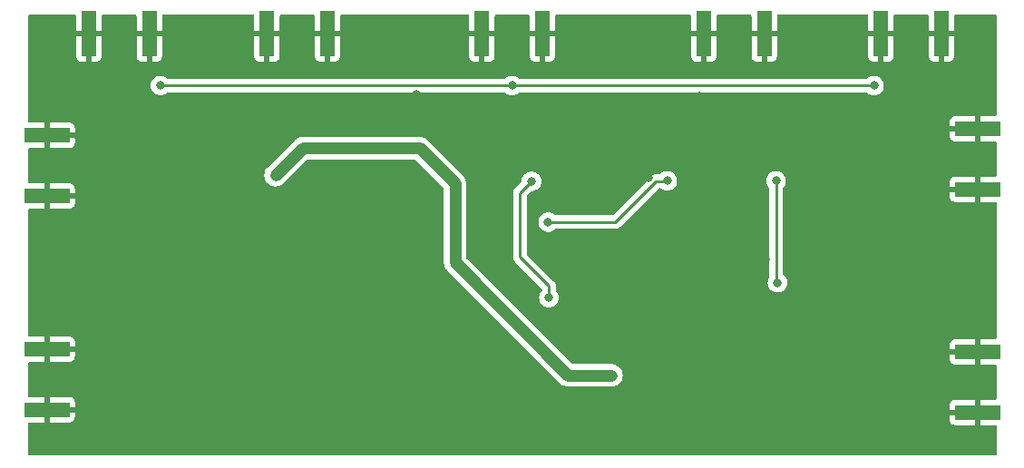
<source format=gbr>
%TF.GenerationSoftware,KiCad,Pcbnew,(6.0.1)*%
%TF.CreationDate,2023-04-04T11:04:11-04:00*%
%TF.ProjectId,NMR_control_board_V0.3.2,4e4d525f-636f-46e7-9472-6f6c5f626f61,rev?*%
%TF.SameCoordinates,Original*%
%TF.FileFunction,Copper,L2,Bot*%
%TF.FilePolarity,Positive*%
%FSLAX46Y46*%
G04 Gerber Fmt 4.6, Leading zero omitted, Abs format (unit mm)*
G04 Created by KiCad (PCBNEW (6.0.1)) date 2023-04-04 11:04:11*
%MOMM*%
%LPD*%
G01*
G04 APERTURE LIST*
%TA.AperFunction,SMDPad,CuDef*%
%ADD10R,4.200000X1.350000*%
%TD*%
%TA.AperFunction,SMDPad,CuDef*%
%ADD11R,1.350000X4.200000*%
%TD*%
%TA.AperFunction,ComponentPad*%
%ADD12C,1.016000*%
%TD*%
%TA.AperFunction,ViaPad*%
%ADD13C,0.800000*%
%TD*%
%TA.AperFunction,Conductor*%
%ADD14C,1.065870*%
%TD*%
%TA.AperFunction,Conductor*%
%ADD15C,0.250000*%
%TD*%
G04 APERTURE END LIST*
D10*
%TO.P,-5V1,2,Ext*%
%TO.N,GND*%
X96266000Y-73564000D03*
X96266000Y-67914000D03*
%TD*%
D11*
%TO.P,F_OUT1,2,Ext*%
%TO.N,GND*%
X122459000Y-58420000D03*
X116809000Y-58420000D03*
%TD*%
D10*
%TO.P,SW_OUT1,2,Ext*%
%TO.N,GND*%
X183134000Y-72929000D03*
X183134000Y-67279000D03*
%TD*%
D11*
%TO.P,PULSE_GEN_IN1,2,Ext*%
%TO.N,GND*%
X100172000Y-58420000D03*
X105822000Y-58420000D03*
%TD*%
D12*
%TO.P,Power Splitter,6,GND*%
%TO.N,GND*%
X159461200Y-75895200D03*
X159461200Y-72085200D03*
X159461200Y-74625200D03*
X159461200Y-73355200D03*
X159461200Y-77165200D03*
%TD*%
D11*
%TO.P,TRIG_OUT1,2,Ext*%
%TO.N,GND*%
X142525000Y-58420000D03*
X136875000Y-58420000D03*
%TD*%
%TO.P,SPL_IN1,2,Ext*%
%TO.N,GND*%
X163226000Y-58420000D03*
X157576000Y-58420000D03*
%TD*%
%TO.P,SIN_SIGNAL_IN1,2,Ext*%
%TO.N,GND*%
X174115000Y-58420000D03*
X179765000Y-58420000D03*
%TD*%
D10*
%TO.P,5V1,2,Ext*%
%TO.N,GND*%
X96266000Y-93503000D03*
X96266000Y-87853000D03*
%TD*%
D12*
%TO.P,Mixer_U5,1,GND*%
%TO.N,GND*%
X155194000Y-89027000D03*
X155194000Y-90297000D03*
X155194000Y-91567000D03*
X155194000Y-87757000D03*
X155194000Y-92837000D03*
X151003000Y-87757000D03*
%TO.P,Mixer_U5,4,GND*%
X159385000Y-92837000D03*
%TO.P,Mixer_U5,5,GND*%
X159385000Y-90297000D03*
%TD*%
D10*
%TO.P,MIX_RF1,2,Ext*%
%TO.N,GND*%
X183134000Y-88107000D03*
X183134000Y-93757000D03*
%TD*%
D13*
%TO.N,Net-(C1-Pad2)*%
X117602000Y-71628000D03*
X148971000Y-90297000D03*
%TO.N,GND*%
X137668000Y-77216000D03*
X107188000Y-69342000D03*
X165303200Y-84582000D03*
X113030000Y-57404000D03*
X119888000Y-73152000D03*
X126746000Y-59283600D03*
X103479600Y-96367600D03*
X170942000Y-71628000D03*
X148844000Y-82804000D03*
X128219200Y-91846400D03*
X175768000Y-66548000D03*
X136144000Y-68834000D03*
X181356000Y-77724000D03*
X143510000Y-97028000D03*
X123698000Y-64363600D03*
X98298000Y-82804000D03*
X109880400Y-86664800D03*
X169519600Y-96316800D03*
X98044000Y-64770000D03*
X113233200Y-95148400D03*
X108305600Y-95148400D03*
X180340000Y-84836000D03*
X149301200Y-96367600D03*
X150622000Y-60960000D03*
X168402000Y-58674000D03*
X130759200Y-64109600D03*
X131216400Y-81330800D03*
X129032000Y-71374000D03*
X163322000Y-79502000D03*
X118668800Y-95148400D03*
X102362000Y-77978000D03*
X126695200Y-81330800D03*
X130149600Y-84175600D03*
X152400000Y-71882000D03*
X152857200Y-80264000D03*
X136296400Y-91694000D03*
X159512000Y-68326000D03*
X103530400Y-85039200D03*
X163626800Y-89509600D03*
X174752000Y-82550000D03*
X150368000Y-68580000D03*
X157175200Y-64211200D03*
X153924000Y-75184000D03*
X171704000Y-87376000D03*
X147320000Y-64312800D03*
X113944400Y-67716400D03*
%TO.N,Net-(C4-Pad1)*%
X141500846Y-72184596D03*
X143129000Y-83058000D03*
%TO.N,Net-(U3-Pad3)*%
X164465000Y-81661000D03*
X164338000Y-72136000D03*
%TO.N,Net-(U3-Pad4)*%
X143052800Y-75996800D03*
X154178000Y-72136000D03*
%TO.N,Net-(U4-Pad2)*%
X173482000Y-63246000D03*
X139700000Y-63246000D03*
X106858000Y-63246000D03*
%TD*%
D14*
%TO.N,Net-(C1-Pad2)*%
X131064000Y-69088000D02*
X120142000Y-69088000D01*
X134366000Y-79756000D02*
X134366000Y-72390000D01*
X144907000Y-90297000D02*
X134366000Y-79756000D01*
X134366000Y-72390000D02*
X131064000Y-69088000D01*
X120142000Y-69088000D02*
X117602000Y-71628000D01*
X148971000Y-90297000D02*
X144907000Y-90297000D01*
D15*
%TO.N,Net-(C4-Pad1)*%
X140411200Y-79248000D02*
X143129000Y-81965800D01*
X140411200Y-73274242D02*
X140411200Y-79248000D01*
X141500846Y-72184596D02*
X140411200Y-73274242D01*
X143129000Y-81965800D02*
X143129000Y-83058000D01*
%TO.N,Net-(U3-Pad3)*%
X164338000Y-81534000D02*
X164338000Y-72136000D01*
X164465000Y-81661000D02*
X164338000Y-81534000D01*
%TO.N,Net-(U3-Pad4)*%
X153125000Y-72182305D02*
X149310505Y-75996800D01*
X149310505Y-75996800D02*
X143052800Y-75996800D01*
X154131695Y-72182305D02*
X154178000Y-72136000D01*
X153125000Y-72182305D02*
X154131695Y-72182305D01*
%TO.N,Net-(U4-Pad2)*%
X173482000Y-63246000D02*
X139700000Y-63246000D01*
X139700000Y-63246000D02*
X106858000Y-63246000D01*
%TD*%
%TA.AperFunction,Conductor*%
%TO.N,GND*%
G36*
X98931121Y-56662002D02*
G01*
X98977614Y-56715658D01*
X98989000Y-56768000D01*
X98989000Y-58147885D01*
X98993475Y-58163124D01*
X98994865Y-58164329D01*
X99002548Y-58166000D01*
X101336884Y-58166000D01*
X101352123Y-58161525D01*
X101353328Y-58160135D01*
X101354999Y-58152452D01*
X101354999Y-56768000D01*
X101375001Y-56699879D01*
X101428657Y-56653386D01*
X101480999Y-56642000D01*
X104513000Y-56642000D01*
X104581121Y-56662002D01*
X104627614Y-56715658D01*
X104639000Y-56768000D01*
X104639000Y-58147885D01*
X104643475Y-58163124D01*
X104644865Y-58164329D01*
X104652548Y-58166000D01*
X106986884Y-58166000D01*
X107002123Y-58161525D01*
X107003328Y-58160135D01*
X107004999Y-58152452D01*
X107004999Y-56768000D01*
X107025001Y-56699879D01*
X107078657Y-56653386D01*
X107130999Y-56642000D01*
X115500000Y-56642000D01*
X115568121Y-56662002D01*
X115614614Y-56715658D01*
X115626000Y-56768000D01*
X115626000Y-58147885D01*
X115630475Y-58163124D01*
X115631865Y-58164329D01*
X115639548Y-58166000D01*
X117973884Y-58166000D01*
X117989123Y-58161525D01*
X117990328Y-58160135D01*
X117991999Y-58152452D01*
X117991999Y-56768000D01*
X118012001Y-56699879D01*
X118065657Y-56653386D01*
X118117999Y-56642000D01*
X121150000Y-56642000D01*
X121218121Y-56662002D01*
X121264614Y-56715658D01*
X121276000Y-56768000D01*
X121276000Y-58147885D01*
X121280475Y-58163124D01*
X121281865Y-58164329D01*
X121289548Y-58166000D01*
X123623884Y-58166000D01*
X123639123Y-58161525D01*
X123640328Y-58160135D01*
X123641999Y-58152452D01*
X123641999Y-56768000D01*
X123662001Y-56699879D01*
X123715657Y-56653386D01*
X123767999Y-56642000D01*
X135566000Y-56642000D01*
X135634121Y-56662002D01*
X135680614Y-56715658D01*
X135692000Y-56768000D01*
X135692000Y-58147885D01*
X135696475Y-58163124D01*
X135697865Y-58164329D01*
X135705548Y-58166000D01*
X138039884Y-58166000D01*
X138055123Y-58161525D01*
X138056328Y-58160135D01*
X138057999Y-58152452D01*
X138057999Y-56768000D01*
X138078001Y-56699879D01*
X138131657Y-56653386D01*
X138183999Y-56642000D01*
X141216000Y-56642000D01*
X141284121Y-56662002D01*
X141330614Y-56715658D01*
X141342000Y-56768000D01*
X141342000Y-58147885D01*
X141346475Y-58163124D01*
X141347865Y-58164329D01*
X141355548Y-58166000D01*
X143689884Y-58166000D01*
X143705123Y-58161525D01*
X143706328Y-58160135D01*
X143707999Y-58152452D01*
X143707999Y-56768000D01*
X143728001Y-56699879D01*
X143781657Y-56653386D01*
X143833999Y-56642000D01*
X156267000Y-56642000D01*
X156335121Y-56662002D01*
X156381614Y-56715658D01*
X156393000Y-56768000D01*
X156393000Y-58147885D01*
X156397475Y-58163124D01*
X156398865Y-58164329D01*
X156406548Y-58166000D01*
X158740884Y-58166000D01*
X158756123Y-58161525D01*
X158757328Y-58160135D01*
X158758999Y-58152452D01*
X158758999Y-56768000D01*
X158779001Y-56699879D01*
X158832657Y-56653386D01*
X158884999Y-56642000D01*
X161917000Y-56642000D01*
X161985121Y-56662002D01*
X162031614Y-56715658D01*
X162043000Y-56768000D01*
X162043000Y-58147885D01*
X162047475Y-58163124D01*
X162048865Y-58164329D01*
X162056548Y-58166000D01*
X164390884Y-58166000D01*
X164406123Y-58161525D01*
X164407328Y-58160135D01*
X164408999Y-58152452D01*
X164408999Y-56768000D01*
X164429001Y-56699879D01*
X164482657Y-56653386D01*
X164534999Y-56642000D01*
X172806000Y-56642000D01*
X172874121Y-56662002D01*
X172920614Y-56715658D01*
X172932000Y-56768000D01*
X172932000Y-58147885D01*
X172936475Y-58163124D01*
X172937865Y-58164329D01*
X172945548Y-58166000D01*
X175279884Y-58166000D01*
X175295123Y-58161525D01*
X175296328Y-58160135D01*
X175297999Y-58152452D01*
X175297999Y-56768000D01*
X175318001Y-56699879D01*
X175371657Y-56653386D01*
X175423999Y-56642000D01*
X178456000Y-56642000D01*
X178524121Y-56662002D01*
X178570614Y-56715658D01*
X178582000Y-56768000D01*
X178582000Y-58147885D01*
X178586475Y-58163124D01*
X178587865Y-58164329D01*
X178595548Y-58166000D01*
X180929884Y-58166000D01*
X180945123Y-58161525D01*
X180946328Y-58160135D01*
X180947999Y-58152452D01*
X180947999Y-56768000D01*
X180968001Y-56699879D01*
X181021657Y-56653386D01*
X181073999Y-56642000D01*
X184786000Y-56642000D01*
X184854121Y-56662002D01*
X184900614Y-56715658D01*
X184912000Y-56768000D01*
X184912000Y-65970000D01*
X184891998Y-66038121D01*
X184838342Y-66084614D01*
X184786000Y-66096000D01*
X183406115Y-66096000D01*
X183390876Y-66100475D01*
X183389671Y-66101865D01*
X183388000Y-66109548D01*
X183388000Y-68443884D01*
X183392475Y-68459123D01*
X183393865Y-68460328D01*
X183401548Y-68461999D01*
X184786000Y-68461999D01*
X184854121Y-68482001D01*
X184900614Y-68535657D01*
X184912000Y-68587999D01*
X184912000Y-71620000D01*
X184891998Y-71688121D01*
X184838342Y-71734614D01*
X184786000Y-71746000D01*
X183406115Y-71746000D01*
X183390876Y-71750475D01*
X183389671Y-71751865D01*
X183388000Y-71759548D01*
X183388000Y-74093884D01*
X183392475Y-74109123D01*
X183393865Y-74110328D01*
X183401548Y-74111999D01*
X184786000Y-74111999D01*
X184854121Y-74132001D01*
X184900614Y-74185657D01*
X184912000Y-74237999D01*
X184912000Y-86798000D01*
X184891998Y-86866121D01*
X184838342Y-86912614D01*
X184786000Y-86924000D01*
X183406115Y-86924000D01*
X183390876Y-86928475D01*
X183389671Y-86929865D01*
X183388000Y-86937548D01*
X183388000Y-89271884D01*
X183392475Y-89287123D01*
X183393865Y-89288328D01*
X183401548Y-89289999D01*
X184786000Y-89289999D01*
X184854121Y-89310001D01*
X184900614Y-89363657D01*
X184912000Y-89415999D01*
X184912000Y-92448000D01*
X184891998Y-92516121D01*
X184838342Y-92562614D01*
X184786000Y-92574000D01*
X183406115Y-92574000D01*
X183390876Y-92578475D01*
X183389671Y-92579865D01*
X183388000Y-92587548D01*
X183388000Y-94921884D01*
X183392475Y-94937123D01*
X183393865Y-94938328D01*
X183401548Y-94939999D01*
X184786000Y-94939999D01*
X184854121Y-94960001D01*
X184900614Y-95013657D01*
X184912000Y-95065999D01*
X184912000Y-97664000D01*
X184891998Y-97732121D01*
X184838342Y-97778614D01*
X184786000Y-97790000D01*
X94614000Y-97790000D01*
X94545879Y-97769998D01*
X94499386Y-97716342D01*
X94488000Y-97664000D01*
X94488000Y-94812000D01*
X94508002Y-94743879D01*
X94561658Y-94697386D01*
X94614000Y-94686000D01*
X95993885Y-94686000D01*
X96009124Y-94681525D01*
X96010329Y-94680135D01*
X96012000Y-94672452D01*
X96012000Y-94667884D01*
X96520000Y-94667884D01*
X96524475Y-94683123D01*
X96525865Y-94684328D01*
X96533548Y-94685999D01*
X98410669Y-94685999D01*
X98417490Y-94685629D01*
X98468352Y-94680105D01*
X98483604Y-94676479D01*
X98604054Y-94631324D01*
X98619649Y-94622786D01*
X98721724Y-94546285D01*
X98734285Y-94533724D01*
X98777045Y-94476669D01*
X180526001Y-94476669D01*
X180526371Y-94483490D01*
X180531895Y-94534352D01*
X180535521Y-94549604D01*
X180580676Y-94670054D01*
X180589214Y-94685649D01*
X180665715Y-94787724D01*
X180678276Y-94800285D01*
X180780351Y-94876786D01*
X180795946Y-94885324D01*
X180916394Y-94930478D01*
X180931649Y-94934105D01*
X180982514Y-94939631D01*
X180989328Y-94940000D01*
X182861885Y-94940000D01*
X182877124Y-94935525D01*
X182878329Y-94934135D01*
X182880000Y-94926452D01*
X182880000Y-94029115D01*
X182875525Y-94013876D01*
X182874135Y-94012671D01*
X182866452Y-94011000D01*
X180544116Y-94011000D01*
X180528877Y-94015475D01*
X180527672Y-94016865D01*
X180526001Y-94024548D01*
X180526001Y-94476669D01*
X98777045Y-94476669D01*
X98810786Y-94431649D01*
X98819324Y-94416054D01*
X98864478Y-94295606D01*
X98868105Y-94280351D01*
X98873631Y-94229486D01*
X98874000Y-94222672D01*
X98874000Y-93775115D01*
X98869525Y-93759876D01*
X98868135Y-93758671D01*
X98860452Y-93757000D01*
X96538115Y-93757000D01*
X96522876Y-93761475D01*
X96521671Y-93762865D01*
X96520000Y-93770548D01*
X96520000Y-94667884D01*
X96012000Y-94667884D01*
X96012000Y-93484885D01*
X180526000Y-93484885D01*
X180530475Y-93500124D01*
X180531865Y-93501329D01*
X180539548Y-93503000D01*
X182861885Y-93503000D01*
X182877124Y-93498525D01*
X182878329Y-93497135D01*
X182880000Y-93489452D01*
X182880000Y-92592116D01*
X182875525Y-92576877D01*
X182874135Y-92575672D01*
X182866452Y-92574001D01*
X180989331Y-92574001D01*
X180982510Y-92574371D01*
X180931648Y-92579895D01*
X180916396Y-92583521D01*
X180795946Y-92628676D01*
X180780351Y-92637214D01*
X180678276Y-92713715D01*
X180665715Y-92726276D01*
X180589214Y-92828351D01*
X180580676Y-92843946D01*
X180535522Y-92964394D01*
X180531895Y-92979649D01*
X180526369Y-93030514D01*
X180526000Y-93037328D01*
X180526000Y-93484885D01*
X96012000Y-93484885D01*
X96012000Y-93230885D01*
X96520000Y-93230885D01*
X96524475Y-93246124D01*
X96525865Y-93247329D01*
X96533548Y-93249000D01*
X98855884Y-93249000D01*
X98871123Y-93244525D01*
X98872328Y-93243135D01*
X98873999Y-93235452D01*
X98873999Y-92783331D01*
X98873629Y-92776510D01*
X98868105Y-92725648D01*
X98864479Y-92710396D01*
X98819324Y-92589946D01*
X98810786Y-92574351D01*
X98734285Y-92472276D01*
X98721724Y-92459715D01*
X98619649Y-92383214D01*
X98604054Y-92374676D01*
X98483606Y-92329522D01*
X98468351Y-92325895D01*
X98417486Y-92320369D01*
X98410672Y-92320000D01*
X96538115Y-92320000D01*
X96522876Y-92324475D01*
X96521671Y-92325865D01*
X96520000Y-92333548D01*
X96520000Y-93230885D01*
X96012000Y-93230885D01*
X96012000Y-92338116D01*
X96007525Y-92322877D01*
X96006135Y-92321672D01*
X95998452Y-92320001D01*
X94614000Y-92320001D01*
X94545879Y-92299999D01*
X94499386Y-92246343D01*
X94488000Y-92194001D01*
X94488000Y-89162000D01*
X94508002Y-89093879D01*
X94561658Y-89047386D01*
X94614000Y-89036000D01*
X95993885Y-89036000D01*
X96009124Y-89031525D01*
X96010329Y-89030135D01*
X96012000Y-89022452D01*
X96012000Y-89017884D01*
X96520000Y-89017884D01*
X96524475Y-89033123D01*
X96525865Y-89034328D01*
X96533548Y-89035999D01*
X98410669Y-89035999D01*
X98417490Y-89035629D01*
X98468352Y-89030105D01*
X98483604Y-89026479D01*
X98604054Y-88981324D01*
X98619649Y-88972786D01*
X98721724Y-88896285D01*
X98734285Y-88883724D01*
X98810786Y-88781649D01*
X98819324Y-88766054D01*
X98864478Y-88645606D01*
X98868105Y-88630351D01*
X98873631Y-88579486D01*
X98874000Y-88572672D01*
X98874000Y-88125115D01*
X98869525Y-88109876D01*
X98868135Y-88108671D01*
X98860452Y-88107000D01*
X96538115Y-88107000D01*
X96522876Y-88111475D01*
X96521671Y-88112865D01*
X96520000Y-88120548D01*
X96520000Y-89017884D01*
X96012000Y-89017884D01*
X96012000Y-87580885D01*
X96520000Y-87580885D01*
X96524475Y-87596124D01*
X96525865Y-87597329D01*
X96533548Y-87599000D01*
X98855884Y-87599000D01*
X98871123Y-87594525D01*
X98872328Y-87593135D01*
X98873999Y-87585452D01*
X98873999Y-87133331D01*
X98873629Y-87126510D01*
X98868105Y-87075648D01*
X98864479Y-87060396D01*
X98819324Y-86939946D01*
X98810786Y-86924351D01*
X98734285Y-86822276D01*
X98721724Y-86809715D01*
X98619649Y-86733214D01*
X98604054Y-86724676D01*
X98483606Y-86679522D01*
X98468351Y-86675895D01*
X98417486Y-86670369D01*
X98410672Y-86670000D01*
X96538115Y-86670000D01*
X96522876Y-86674475D01*
X96521671Y-86675865D01*
X96520000Y-86683548D01*
X96520000Y-87580885D01*
X96012000Y-87580885D01*
X96012000Y-86688116D01*
X96007525Y-86672877D01*
X96006135Y-86671672D01*
X95998452Y-86670001D01*
X94614000Y-86670001D01*
X94545879Y-86649999D01*
X94499386Y-86596343D01*
X94488000Y-86544001D01*
X94488000Y-74873000D01*
X94508002Y-74804879D01*
X94561658Y-74758386D01*
X94614000Y-74747000D01*
X95993885Y-74747000D01*
X96009124Y-74742525D01*
X96010329Y-74741135D01*
X96012000Y-74733452D01*
X96012000Y-74728884D01*
X96520000Y-74728884D01*
X96524475Y-74744123D01*
X96525865Y-74745328D01*
X96533548Y-74746999D01*
X98410669Y-74746999D01*
X98417490Y-74746629D01*
X98468352Y-74741105D01*
X98483604Y-74737479D01*
X98604054Y-74692324D01*
X98619649Y-74683786D01*
X98721724Y-74607285D01*
X98734285Y-74594724D01*
X98810786Y-74492649D01*
X98819324Y-74477054D01*
X98864478Y-74356606D01*
X98868105Y-74341351D01*
X98873631Y-74290486D01*
X98874000Y-74283672D01*
X98874000Y-73836115D01*
X98869525Y-73820876D01*
X98868135Y-73819671D01*
X98860452Y-73818000D01*
X96538115Y-73818000D01*
X96522876Y-73822475D01*
X96521671Y-73823865D01*
X96520000Y-73831548D01*
X96520000Y-74728884D01*
X96012000Y-74728884D01*
X96012000Y-73291885D01*
X96520000Y-73291885D01*
X96524475Y-73307124D01*
X96525865Y-73308329D01*
X96533548Y-73310000D01*
X98855884Y-73310000D01*
X98871123Y-73305525D01*
X98872328Y-73304135D01*
X98873999Y-73296452D01*
X98873999Y-72844331D01*
X98873629Y-72837510D01*
X98868105Y-72786648D01*
X98864479Y-72771396D01*
X98819324Y-72650946D01*
X98810786Y-72635351D01*
X98734285Y-72533276D01*
X98721724Y-72520715D01*
X98619649Y-72444214D01*
X98604054Y-72435676D01*
X98483606Y-72390522D01*
X98468351Y-72386895D01*
X98417486Y-72381369D01*
X98410672Y-72381000D01*
X96538115Y-72381000D01*
X96522876Y-72385475D01*
X96521671Y-72386865D01*
X96520000Y-72394548D01*
X96520000Y-73291885D01*
X96012000Y-73291885D01*
X96012000Y-72399116D01*
X96007525Y-72383877D01*
X96006135Y-72382672D01*
X95998452Y-72381001D01*
X94614000Y-72381001D01*
X94545879Y-72360999D01*
X94499386Y-72307343D01*
X94488000Y-72255001D01*
X94488000Y-71624347D01*
X116555533Y-71624347D01*
X116562599Y-71699098D01*
X116574123Y-71821009D01*
X116574753Y-71827676D01*
X116576511Y-71833574D01*
X116576512Y-71833578D01*
X116631340Y-72017498D01*
X116633100Y-72023401D01*
X116728353Y-72204064D01*
X116856883Y-72362784D01*
X117013795Y-72493518D01*
X117019200Y-72496465D01*
X117019203Y-72496467D01*
X117086716Y-72533276D01*
X117193110Y-72591284D01*
X117388000Y-72652359D01*
X117394123Y-72653024D01*
X117394127Y-72653025D01*
X117584916Y-72673751D01*
X117584920Y-72673751D01*
X117591041Y-72674416D01*
X117794501Y-72656616D01*
X117990627Y-72599636D01*
X118142882Y-72520715D01*
X118166486Y-72508480D01*
X118166488Y-72508479D01*
X118171951Y-72505647D01*
X118254153Y-72440026D01*
X118294202Y-72408056D01*
X118294209Y-72408049D01*
X118296952Y-72405860D01*
X120536471Y-70166340D01*
X120598783Y-70132315D01*
X120625566Y-70129435D01*
X130580433Y-70129435D01*
X130648554Y-70149437D01*
X130669528Y-70166340D01*
X133287660Y-72784472D01*
X133321686Y-72846784D01*
X133324565Y-72873567D01*
X133324565Y-79692365D01*
X133323828Y-79705972D01*
X133319584Y-79745041D01*
X133320121Y-79751176D01*
X133324096Y-79796616D01*
X133324425Y-79801445D01*
X133324565Y-79804306D01*
X133324565Y-79807391D01*
X133324866Y-79810456D01*
X133328896Y-79851563D01*
X133329016Y-79852859D01*
X133337384Y-79948501D01*
X133338919Y-79953785D01*
X133339456Y-79959261D01*
X133367228Y-80051247D01*
X133367550Y-80052334D01*
X133394364Y-80144627D01*
X133396897Y-80149514D01*
X133398487Y-80154780D01*
X133401376Y-80160214D01*
X133401380Y-80160223D01*
X133443526Y-80239489D01*
X133444138Y-80240655D01*
X133485515Y-80320478D01*
X133485520Y-80320486D01*
X133488353Y-80325951D01*
X133491788Y-80330254D01*
X133494370Y-80335110D01*
X133498262Y-80339882D01*
X133498264Y-80339885D01*
X133555040Y-80409499D01*
X133555868Y-80410526D01*
X133588140Y-80450952D01*
X133590634Y-80453446D01*
X133591554Y-80454475D01*
X133595269Y-80458824D01*
X133619558Y-80488606D01*
X133619561Y-80488609D01*
X133623453Y-80493381D01*
X133628201Y-80497309D01*
X133628202Y-80497310D01*
X133660078Y-80523680D01*
X133668857Y-80531669D01*
X144125598Y-90988410D01*
X144134699Y-90998553D01*
X144159323Y-91029179D01*
X144171679Y-91039547D01*
X144198985Y-91062460D01*
X144202629Y-91065639D01*
X144204751Y-91067563D01*
X144206933Y-91069745D01*
X144209317Y-91071703D01*
X144241202Y-91097894D01*
X144242217Y-91098736D01*
X144315777Y-91160460D01*
X144320601Y-91163112D01*
X144324851Y-91166603D01*
X144409524Y-91212004D01*
X144410526Y-91212549D01*
X144489340Y-91255878D01*
X144489350Y-91255882D01*
X144494750Y-91258851D01*
X144499997Y-91260515D01*
X144504845Y-91263115D01*
X144510743Y-91264918D01*
X144510745Y-91264919D01*
X144557790Y-91279302D01*
X144596620Y-91291173D01*
X144597824Y-91291548D01*
X144622166Y-91299270D01*
X144683555Y-91318744D01*
X144683559Y-91318745D01*
X144689426Y-91320606D01*
X144694896Y-91321220D01*
X144700157Y-91322828D01*
X144795610Y-91332523D01*
X144796885Y-91332659D01*
X144848375Y-91338435D01*
X144851899Y-91338435D01*
X144853293Y-91338513D01*
X144858993Y-91338962D01*
X144897218Y-91342845D01*
X144897224Y-91342845D01*
X144903347Y-91343467D01*
X144950668Y-91338994D01*
X144962524Y-91338435D01*
X149022391Y-91338435D01*
X149174261Y-91323544D01*
X149369780Y-91264513D01*
X149468697Y-91211918D01*
X149544668Y-91171524D01*
X149544671Y-91171522D01*
X149550110Y-91168630D01*
X149554880Y-91164740D01*
X149554884Y-91164737D01*
X149703613Y-91043436D01*
X149703615Y-91043434D01*
X149708381Y-91039547D01*
X149838566Y-90882181D01*
X149935706Y-90702525D01*
X149996100Y-90507423D01*
X150017448Y-90304306D01*
X149998938Y-90100910D01*
X149941274Y-89904984D01*
X149846652Y-89723989D01*
X149718677Y-89564821D01*
X149562223Y-89433540D01*
X149556825Y-89430572D01*
X149556820Y-89430569D01*
X149388645Y-89338115D01*
X149388646Y-89338115D01*
X149383250Y-89335149D01*
X149377383Y-89333288D01*
X149377381Y-89333287D01*
X149194444Y-89275256D01*
X149194443Y-89275256D01*
X149188574Y-89273394D01*
X149029625Y-89255565D01*
X145390567Y-89255565D01*
X145322446Y-89235563D01*
X145301472Y-89218660D01*
X144909481Y-88826669D01*
X180526001Y-88826669D01*
X180526371Y-88833490D01*
X180531895Y-88884352D01*
X180535521Y-88899604D01*
X180580676Y-89020054D01*
X180589214Y-89035649D01*
X180665715Y-89137724D01*
X180678276Y-89150285D01*
X180780351Y-89226786D01*
X180795946Y-89235324D01*
X180916394Y-89280478D01*
X180931649Y-89284105D01*
X180982514Y-89289631D01*
X180989328Y-89290000D01*
X182861885Y-89290000D01*
X182877124Y-89285525D01*
X182878329Y-89284135D01*
X182880000Y-89276452D01*
X182880000Y-88379115D01*
X182875525Y-88363876D01*
X182874135Y-88362671D01*
X182866452Y-88361000D01*
X180544116Y-88361000D01*
X180528877Y-88365475D01*
X180527672Y-88366865D01*
X180526001Y-88374548D01*
X180526001Y-88826669D01*
X144909481Y-88826669D01*
X143917697Y-87834885D01*
X180526000Y-87834885D01*
X180530475Y-87850124D01*
X180531865Y-87851329D01*
X180539548Y-87853000D01*
X182861885Y-87853000D01*
X182877124Y-87848525D01*
X182878329Y-87847135D01*
X182880000Y-87839452D01*
X182880000Y-86942116D01*
X182875525Y-86926877D01*
X182874135Y-86925672D01*
X182866452Y-86924001D01*
X180989331Y-86924001D01*
X180982510Y-86924371D01*
X180931648Y-86929895D01*
X180916396Y-86933521D01*
X180795946Y-86978676D01*
X180780351Y-86987214D01*
X180678276Y-87063715D01*
X180665715Y-87076276D01*
X180589214Y-87178351D01*
X180580676Y-87193946D01*
X180535522Y-87314394D01*
X180531895Y-87329649D01*
X180526369Y-87380514D01*
X180526000Y-87387328D01*
X180526000Y-87834885D01*
X143917697Y-87834885D01*
X135444340Y-79361528D01*
X135410314Y-79299216D01*
X135407435Y-79272433D01*
X135407435Y-73254185D01*
X139772980Y-73254185D01*
X139773726Y-73262077D01*
X139777141Y-73298203D01*
X139777700Y-73310061D01*
X139777700Y-79169233D01*
X139777173Y-79180416D01*
X139775498Y-79187909D01*
X139775747Y-79195835D01*
X139775747Y-79195836D01*
X139777638Y-79255986D01*
X139777700Y-79259945D01*
X139777700Y-79287856D01*
X139778197Y-79291790D01*
X139778197Y-79291791D01*
X139778205Y-79291856D01*
X139779138Y-79303693D01*
X139780527Y-79347889D01*
X139786178Y-79367339D01*
X139790187Y-79386700D01*
X139792726Y-79406797D01*
X139795645Y-79414168D01*
X139795645Y-79414170D01*
X139809004Y-79447912D01*
X139812849Y-79459142D01*
X139825182Y-79501593D01*
X139829215Y-79508412D01*
X139829217Y-79508417D01*
X139835493Y-79519028D01*
X139844188Y-79536776D01*
X139851648Y-79555617D01*
X139856310Y-79562033D01*
X139856310Y-79562034D01*
X139877636Y-79591387D01*
X139884152Y-79601307D01*
X139906658Y-79639362D01*
X139920979Y-79653683D01*
X139933819Y-79668716D01*
X139945728Y-79685107D01*
X139979805Y-79713298D01*
X139988584Y-79721288D01*
X142458595Y-82191299D01*
X142492621Y-82253611D01*
X142495500Y-82280394D01*
X142495500Y-82355476D01*
X142475498Y-82423597D01*
X142463142Y-82439779D01*
X142389960Y-82521056D01*
X142294473Y-82686444D01*
X142235458Y-82868072D01*
X142215496Y-83058000D01*
X142235458Y-83247928D01*
X142294473Y-83429556D01*
X142389960Y-83594944D01*
X142517747Y-83736866D01*
X142672248Y-83849118D01*
X142678276Y-83851802D01*
X142678278Y-83851803D01*
X142840681Y-83924109D01*
X142846712Y-83926794D01*
X142940112Y-83946647D01*
X143027056Y-83965128D01*
X143027061Y-83965128D01*
X143033513Y-83966500D01*
X143224487Y-83966500D01*
X143230939Y-83965128D01*
X143230944Y-83965128D01*
X143317887Y-83946647D01*
X143411288Y-83926794D01*
X143417319Y-83924109D01*
X143579722Y-83851803D01*
X143579724Y-83851802D01*
X143585752Y-83849118D01*
X143740253Y-83736866D01*
X143868040Y-83594944D01*
X143963527Y-83429556D01*
X144022542Y-83247928D01*
X144042504Y-83058000D01*
X144022542Y-82868072D01*
X143963527Y-82686444D01*
X143868040Y-82521056D01*
X143794863Y-82439785D01*
X143764147Y-82375779D01*
X143762500Y-82355476D01*
X143762500Y-82044568D01*
X143763027Y-82033385D01*
X143764702Y-82025892D01*
X143762562Y-81957801D01*
X143762500Y-81953844D01*
X143762500Y-81925944D01*
X143761996Y-81921953D01*
X143761063Y-81910111D01*
X143759923Y-81873836D01*
X143759674Y-81865911D01*
X143754021Y-81846452D01*
X143750012Y-81827093D01*
X143749846Y-81825783D01*
X143747474Y-81807003D01*
X143744558Y-81799637D01*
X143744556Y-81799631D01*
X143731200Y-81765898D01*
X143727355Y-81754668D01*
X143717230Y-81719817D01*
X143717230Y-81719816D01*
X143715019Y-81712207D01*
X143704705Y-81694766D01*
X143696008Y-81677013D01*
X143691472Y-81665558D01*
X143688552Y-81658183D01*
X143662563Y-81622412D01*
X143656047Y-81612492D01*
X143637578Y-81581263D01*
X143633542Y-81574438D01*
X143619221Y-81560117D01*
X143606380Y-81545083D01*
X143599131Y-81535106D01*
X143594472Y-81528693D01*
X143560395Y-81500502D01*
X143551616Y-81492512D01*
X141081605Y-79022500D01*
X141047579Y-78960188D01*
X141044700Y-78933405D01*
X141044700Y-75996800D01*
X142139296Y-75996800D01*
X142159258Y-76186728D01*
X142218273Y-76368356D01*
X142313760Y-76533744D01*
X142318178Y-76538651D01*
X142318179Y-76538652D01*
X142400252Y-76629803D01*
X142441547Y-76675666D01*
X142596048Y-76787918D01*
X142602076Y-76790602D01*
X142602078Y-76790603D01*
X142764481Y-76862909D01*
X142770512Y-76865594D01*
X142863913Y-76885447D01*
X142950856Y-76903928D01*
X142950861Y-76903928D01*
X142957313Y-76905300D01*
X143148287Y-76905300D01*
X143154739Y-76903928D01*
X143154744Y-76903928D01*
X143241687Y-76885447D01*
X143335088Y-76865594D01*
X143341119Y-76862909D01*
X143503522Y-76790603D01*
X143503524Y-76790602D01*
X143509552Y-76787918D01*
X143664053Y-76675666D01*
X143668468Y-76670763D01*
X143673380Y-76666340D01*
X143674505Y-76667589D01*
X143727814Y-76634749D01*
X143761000Y-76630300D01*
X149231738Y-76630300D01*
X149242921Y-76630827D01*
X149250414Y-76632502D01*
X149258340Y-76632253D01*
X149258341Y-76632253D01*
X149318491Y-76630362D01*
X149322450Y-76630300D01*
X149350361Y-76630300D01*
X149354296Y-76629803D01*
X149354361Y-76629795D01*
X149366198Y-76628862D01*
X149398456Y-76627848D01*
X149402475Y-76627722D01*
X149410394Y-76627473D01*
X149429848Y-76621821D01*
X149449205Y-76617813D01*
X149461435Y-76616268D01*
X149461436Y-76616268D01*
X149469302Y-76615274D01*
X149476673Y-76612355D01*
X149476675Y-76612355D01*
X149510417Y-76598996D01*
X149521647Y-76595151D01*
X149556488Y-76585029D01*
X149556489Y-76585029D01*
X149564098Y-76582818D01*
X149570917Y-76578785D01*
X149570922Y-76578783D01*
X149581533Y-76572507D01*
X149599281Y-76563812D01*
X149618122Y-76556352D01*
X149653892Y-76530364D01*
X149663812Y-76523848D01*
X149695040Y-76505380D01*
X149695043Y-76505378D01*
X149701867Y-76501342D01*
X149716188Y-76487021D01*
X149731222Y-76474180D01*
X149741199Y-76466931D01*
X149747612Y-76462272D01*
X149775803Y-76428195D01*
X149783793Y-76419416D01*
X153350499Y-72852710D01*
X153412811Y-72818684D01*
X153439594Y-72815805D01*
X153527099Y-72815805D01*
X153601160Y-72839869D01*
X153692003Y-72905870D01*
X153721248Y-72927118D01*
X153727276Y-72929802D01*
X153727278Y-72929803D01*
X153889681Y-73002109D01*
X153895712Y-73004794D01*
X153989112Y-73024647D01*
X154076056Y-73043128D01*
X154076061Y-73043128D01*
X154082513Y-73044500D01*
X154273487Y-73044500D01*
X154279939Y-73043128D01*
X154279944Y-73043128D01*
X154366888Y-73024647D01*
X154460288Y-73004794D01*
X154466319Y-73002109D01*
X154628722Y-72929803D01*
X154628724Y-72929802D01*
X154634752Y-72927118D01*
X154789253Y-72814866D01*
X154917040Y-72672944D01*
X155012527Y-72507556D01*
X155071542Y-72325928D01*
X155073496Y-72307343D01*
X155090814Y-72142565D01*
X155091504Y-72136000D01*
X163424496Y-72136000D01*
X163425186Y-72142565D01*
X163442505Y-72307343D01*
X163444458Y-72325928D01*
X163503473Y-72507556D01*
X163598960Y-72672944D01*
X163672137Y-72754215D01*
X163702853Y-72818221D01*
X163704500Y-72838524D01*
X163704500Y-81127465D01*
X163687619Y-81190464D01*
X163630473Y-81289444D01*
X163571458Y-81471072D01*
X163570768Y-81477633D01*
X163570768Y-81477635D01*
X163568762Y-81496723D01*
X163551496Y-81661000D01*
X163552186Y-81667565D01*
X163566067Y-81799631D01*
X163571458Y-81850928D01*
X163630473Y-82032556D01*
X163725960Y-82197944D01*
X163853747Y-82339866D01*
X164008248Y-82452118D01*
X164014276Y-82454802D01*
X164014278Y-82454803D01*
X164163086Y-82521056D01*
X164182712Y-82529794D01*
X164276112Y-82549647D01*
X164363056Y-82568128D01*
X164363061Y-82568128D01*
X164369513Y-82569500D01*
X164560487Y-82569500D01*
X164566939Y-82568128D01*
X164566944Y-82568128D01*
X164653887Y-82549647D01*
X164747288Y-82529794D01*
X164766914Y-82521056D01*
X164915722Y-82454803D01*
X164915724Y-82454802D01*
X164921752Y-82452118D01*
X165076253Y-82339866D01*
X165204040Y-82197944D01*
X165299527Y-82032556D01*
X165358542Y-81850928D01*
X165363934Y-81799631D01*
X165377814Y-81667565D01*
X165378504Y-81661000D01*
X165361238Y-81496723D01*
X165359232Y-81477635D01*
X165359232Y-81477633D01*
X165358542Y-81471072D01*
X165299527Y-81289444D01*
X165204040Y-81124056D01*
X165076253Y-80982134D01*
X165023439Y-80943762D01*
X164980085Y-80887539D01*
X164971500Y-80841826D01*
X164971500Y-73648669D01*
X180526001Y-73648669D01*
X180526371Y-73655490D01*
X180531895Y-73706352D01*
X180535521Y-73721604D01*
X180580676Y-73842054D01*
X180589214Y-73857649D01*
X180665715Y-73959724D01*
X180678276Y-73972285D01*
X180780351Y-74048786D01*
X180795946Y-74057324D01*
X180916394Y-74102478D01*
X180931649Y-74106105D01*
X180982514Y-74111631D01*
X180989328Y-74112000D01*
X182861885Y-74112000D01*
X182877124Y-74107525D01*
X182878329Y-74106135D01*
X182880000Y-74098452D01*
X182880000Y-73201115D01*
X182875525Y-73185876D01*
X182874135Y-73184671D01*
X182866452Y-73183000D01*
X180544116Y-73183000D01*
X180528877Y-73187475D01*
X180527672Y-73188865D01*
X180526001Y-73196548D01*
X180526001Y-73648669D01*
X164971500Y-73648669D01*
X164971500Y-72838524D01*
X164991502Y-72770403D01*
X165003858Y-72754221D01*
X165077040Y-72672944D01*
X165086312Y-72656885D01*
X180526000Y-72656885D01*
X180530475Y-72672124D01*
X180531865Y-72673329D01*
X180539548Y-72675000D01*
X182861885Y-72675000D01*
X182877124Y-72670525D01*
X182878329Y-72669135D01*
X182880000Y-72661452D01*
X182880000Y-71764116D01*
X182875525Y-71748877D01*
X182874135Y-71747672D01*
X182866452Y-71746001D01*
X180989331Y-71746001D01*
X180982510Y-71746371D01*
X180931648Y-71751895D01*
X180916396Y-71755521D01*
X180795946Y-71800676D01*
X180780351Y-71809214D01*
X180678276Y-71885715D01*
X180665715Y-71898276D01*
X180589214Y-72000351D01*
X180580676Y-72015946D01*
X180535522Y-72136394D01*
X180531895Y-72151649D01*
X180526369Y-72202514D01*
X180526000Y-72209328D01*
X180526000Y-72656885D01*
X165086312Y-72656885D01*
X165172527Y-72507556D01*
X165231542Y-72325928D01*
X165233496Y-72307343D01*
X165250814Y-72142565D01*
X165251504Y-72136000D01*
X165237354Y-72001373D01*
X165232232Y-71952635D01*
X165232232Y-71952633D01*
X165231542Y-71946072D01*
X165172527Y-71764444D01*
X165167351Y-71755478D01*
X165120151Y-71673727D01*
X165077040Y-71599056D01*
X165059977Y-71580105D01*
X164953675Y-71462045D01*
X164953674Y-71462044D01*
X164949253Y-71457134D01*
X164794752Y-71344882D01*
X164788724Y-71342198D01*
X164788722Y-71342197D01*
X164626319Y-71269891D01*
X164626318Y-71269891D01*
X164620288Y-71267206D01*
X164526887Y-71247353D01*
X164439944Y-71228872D01*
X164439939Y-71228872D01*
X164433487Y-71227500D01*
X164242513Y-71227500D01*
X164236061Y-71228872D01*
X164236056Y-71228872D01*
X164149113Y-71247353D01*
X164055712Y-71267206D01*
X164049682Y-71269891D01*
X164049681Y-71269891D01*
X163887278Y-71342197D01*
X163887276Y-71342198D01*
X163881248Y-71344882D01*
X163726747Y-71457134D01*
X163722326Y-71462044D01*
X163722325Y-71462045D01*
X163616024Y-71580105D01*
X163598960Y-71599056D01*
X163555849Y-71673727D01*
X163508650Y-71755478D01*
X163503473Y-71764444D01*
X163444458Y-71946072D01*
X163443768Y-71952633D01*
X163443768Y-71952635D01*
X163438646Y-72001373D01*
X163424496Y-72136000D01*
X155091504Y-72136000D01*
X155077354Y-72001373D01*
X155072232Y-71952635D01*
X155072232Y-71952633D01*
X155071542Y-71946072D01*
X155012527Y-71764444D01*
X155007351Y-71755478D01*
X154960151Y-71673727D01*
X154917040Y-71599056D01*
X154899977Y-71580105D01*
X154793675Y-71462045D01*
X154793674Y-71462044D01*
X154789253Y-71457134D01*
X154634752Y-71344882D01*
X154628724Y-71342198D01*
X154628722Y-71342197D01*
X154466319Y-71269891D01*
X154466318Y-71269891D01*
X154460288Y-71267206D01*
X154366887Y-71247353D01*
X154279944Y-71228872D01*
X154279939Y-71228872D01*
X154273487Y-71227500D01*
X154082513Y-71227500D01*
X154076061Y-71228872D01*
X154076056Y-71228872D01*
X153989113Y-71247353D01*
X153895712Y-71267206D01*
X153889682Y-71269891D01*
X153889681Y-71269891D01*
X153727278Y-71342197D01*
X153727276Y-71342198D01*
X153721248Y-71344882D01*
X153566747Y-71457134D01*
X153562326Y-71462044D01*
X153562325Y-71462045D01*
X153521744Y-71507115D01*
X153461298Y-71544355D01*
X153428108Y-71548805D01*
X153203768Y-71548805D01*
X153192585Y-71548278D01*
X153185092Y-71546603D01*
X153177166Y-71546852D01*
X153177165Y-71546852D01*
X153117002Y-71548743D01*
X153113044Y-71548805D01*
X153085144Y-71548805D01*
X153081154Y-71549309D01*
X153069320Y-71550241D01*
X153025111Y-71551631D01*
X153017495Y-71553844D01*
X153017493Y-71553844D01*
X153005652Y-71557284D01*
X152986293Y-71561293D01*
X152984983Y-71561459D01*
X152966203Y-71563831D01*
X152958837Y-71566747D01*
X152958831Y-71566749D01*
X152925098Y-71580105D01*
X152913868Y-71583950D01*
X152879017Y-71594075D01*
X152871407Y-71596286D01*
X152864584Y-71600321D01*
X152853966Y-71606600D01*
X152836213Y-71615297D01*
X152828834Y-71618219D01*
X152817383Y-71622753D01*
X152792875Y-71640559D01*
X152781612Y-71648742D01*
X152771695Y-71655256D01*
X152733638Y-71677763D01*
X152719317Y-71692084D01*
X152704284Y-71704924D01*
X152687893Y-71716833D01*
X152682842Y-71722939D01*
X152659702Y-71750910D01*
X152651712Y-71759689D01*
X149085005Y-75326395D01*
X149022693Y-75360421D01*
X148995910Y-75363300D01*
X143761000Y-75363300D01*
X143692879Y-75343298D01*
X143673653Y-75326957D01*
X143673380Y-75327260D01*
X143668468Y-75322837D01*
X143664053Y-75317934D01*
X143509552Y-75205682D01*
X143503524Y-75202998D01*
X143503522Y-75202997D01*
X143341119Y-75130691D01*
X143341118Y-75130691D01*
X143335088Y-75128006D01*
X143241687Y-75108153D01*
X143154744Y-75089672D01*
X143154739Y-75089672D01*
X143148287Y-75088300D01*
X142957313Y-75088300D01*
X142950861Y-75089672D01*
X142950856Y-75089672D01*
X142863913Y-75108153D01*
X142770512Y-75128006D01*
X142764482Y-75130691D01*
X142764481Y-75130691D01*
X142602078Y-75202997D01*
X142602076Y-75202998D01*
X142596048Y-75205682D01*
X142441547Y-75317934D01*
X142437126Y-75322844D01*
X142437125Y-75322845D01*
X142403292Y-75360421D01*
X142313760Y-75459856D01*
X142218273Y-75625244D01*
X142159258Y-75806872D01*
X142139296Y-75996800D01*
X141044700Y-75996800D01*
X141044700Y-73588836D01*
X141064702Y-73520715D01*
X141081605Y-73499741D01*
X141451345Y-73130001D01*
X141513657Y-73095975D01*
X141540440Y-73093096D01*
X141596333Y-73093096D01*
X141602785Y-73091724D01*
X141602790Y-73091724D01*
X141712480Y-73068408D01*
X141783134Y-73053390D01*
X141789165Y-73050705D01*
X141951568Y-72978399D01*
X141951570Y-72978398D01*
X141957598Y-72975714D01*
X141984080Y-72956474D01*
X142029826Y-72923237D01*
X142112099Y-72863462D01*
X142140524Y-72831893D01*
X142235467Y-72726448D01*
X142235468Y-72726447D01*
X142239886Y-72721540D01*
X142309276Y-72601354D01*
X142332069Y-72561875D01*
X142332070Y-72561874D01*
X142335373Y-72556152D01*
X142394388Y-72374524D01*
X142396126Y-72357994D01*
X142413660Y-72191161D01*
X142414350Y-72184596D01*
X142408552Y-72129435D01*
X142395078Y-72001231D01*
X142395078Y-72001229D01*
X142394388Y-71994668D01*
X142335373Y-71813040D01*
X142302140Y-71755478D01*
X142260509Y-71683372D01*
X142239886Y-71647652D01*
X142224423Y-71630478D01*
X142116521Y-71510641D01*
X142116520Y-71510640D01*
X142112099Y-71505730D01*
X141957598Y-71393478D01*
X141951570Y-71390794D01*
X141951568Y-71390793D01*
X141789165Y-71318487D01*
X141789164Y-71318487D01*
X141783134Y-71315802D01*
X141689733Y-71295949D01*
X141602790Y-71277468D01*
X141602785Y-71277468D01*
X141596333Y-71276096D01*
X141405359Y-71276096D01*
X141398907Y-71277468D01*
X141398902Y-71277468D01*
X141311959Y-71295949D01*
X141218558Y-71315802D01*
X141212528Y-71318487D01*
X141212527Y-71318487D01*
X141050124Y-71390793D01*
X141050122Y-71390794D01*
X141044094Y-71393478D01*
X140889593Y-71505730D01*
X140885172Y-71510640D01*
X140885171Y-71510641D01*
X140777270Y-71630478D01*
X140761806Y-71647652D01*
X140741183Y-71683372D01*
X140699553Y-71755478D01*
X140666319Y-71813040D01*
X140607304Y-71994668D01*
X140606614Y-72001229D01*
X140606614Y-72001231D01*
X140589939Y-72159888D01*
X140562926Y-72225545D01*
X140553725Y-72235813D01*
X140283890Y-72505647D01*
X140018942Y-72770595D01*
X140010663Y-72778129D01*
X140004182Y-72782242D01*
X139970396Y-72818221D01*
X139957557Y-72831893D01*
X139954802Y-72834735D01*
X139935065Y-72854472D01*
X139932585Y-72857669D01*
X139924882Y-72866689D01*
X139894614Y-72898921D01*
X139890795Y-72905867D01*
X139890793Y-72905870D01*
X139884852Y-72916676D01*
X139874001Y-72933195D01*
X139861586Y-72949201D01*
X139858441Y-72956470D01*
X139858438Y-72956474D01*
X139844026Y-72989779D01*
X139838809Y-73000429D01*
X139817505Y-73039182D01*
X139815534Y-73046857D01*
X139815534Y-73046858D01*
X139812467Y-73058804D01*
X139806063Y-73077508D01*
X139798019Y-73096097D01*
X139796780Y-73103920D01*
X139796777Y-73103930D01*
X139791101Y-73139766D01*
X139788695Y-73151386D01*
X139777700Y-73194212D01*
X139777700Y-73214466D01*
X139776149Y-73234176D01*
X139772980Y-73254185D01*
X135407435Y-73254185D01*
X135407435Y-72453634D01*
X135408172Y-72440026D01*
X135411751Y-72407084D01*
X135411751Y-72407080D01*
X135412416Y-72400959D01*
X135407904Y-72349384D01*
X135407575Y-72344555D01*
X135407435Y-72341694D01*
X135407435Y-72338609D01*
X135403101Y-72294402D01*
X135402982Y-72293123D01*
X135395153Y-72203637D01*
X135394616Y-72197499D01*
X135393081Y-72192215D01*
X135392544Y-72186739D01*
X135364772Y-72094753D01*
X135364431Y-72093603D01*
X135339354Y-72007287D01*
X135337636Y-72001373D01*
X135335103Y-71996486D01*
X135333513Y-71991220D01*
X135330624Y-71985786D01*
X135330620Y-71985777D01*
X135288474Y-71906511D01*
X135287862Y-71905345D01*
X135246485Y-71825522D01*
X135246480Y-71825514D01*
X135243647Y-71820049D01*
X135240212Y-71815746D01*
X135237630Y-71810890D01*
X135189491Y-71751865D01*
X135176960Y-71736501D01*
X135176132Y-71735474D01*
X135161251Y-71716833D01*
X135143860Y-71695048D01*
X135141366Y-71692554D01*
X135140446Y-71691525D01*
X135136731Y-71687176D01*
X135112442Y-71657394D01*
X135112439Y-71657391D01*
X135108547Y-71652619D01*
X135071922Y-71622320D01*
X135063143Y-71614331D01*
X131845402Y-68396590D01*
X131836301Y-68386447D01*
X131815540Y-68360626D01*
X131811677Y-68355821D01*
X131789897Y-68337545D01*
X131772015Y-68322540D01*
X131768371Y-68319361D01*
X131766249Y-68317437D01*
X131764067Y-68315255D01*
X131729798Y-68287106D01*
X131728783Y-68286264D01*
X131659946Y-68228503D01*
X131655223Y-68224540D01*
X131650399Y-68221888D01*
X131646149Y-68218397D01*
X131561476Y-68172996D01*
X131560474Y-68172451D01*
X131481660Y-68129122D01*
X131481650Y-68129118D01*
X131476250Y-68126149D01*
X131471003Y-68124485D01*
X131466155Y-68121885D01*
X131460257Y-68120082D01*
X131460255Y-68120081D01*
X131413210Y-68105698D01*
X131374380Y-68093827D01*
X131373176Y-68093452D01*
X131348834Y-68085730D01*
X131287445Y-68066256D01*
X131287441Y-68066255D01*
X131281574Y-68064394D01*
X131276104Y-68063780D01*
X131270843Y-68062172D01*
X131175390Y-68052477D01*
X131174115Y-68052341D01*
X131122625Y-68046565D01*
X131119101Y-68046565D01*
X131117707Y-68046487D01*
X131112007Y-68046038D01*
X131073782Y-68042155D01*
X131073776Y-68042155D01*
X131067653Y-68041533D01*
X131022216Y-68045828D01*
X131020333Y-68046006D01*
X131008476Y-68046565D01*
X120205634Y-68046565D01*
X120192027Y-68045828D01*
X120159084Y-68042249D01*
X120159079Y-68042249D01*
X120152958Y-68041584D01*
X120110673Y-68045283D01*
X120101384Y-68046096D01*
X120096555Y-68046425D01*
X120093693Y-68046565D01*
X120090609Y-68046565D01*
X120083454Y-68047267D01*
X120046422Y-68050897D01*
X120045110Y-68051019D01*
X119955637Y-68058847D01*
X119949499Y-68059384D01*
X119944215Y-68060919D01*
X119938739Y-68061456D01*
X119846753Y-68089228D01*
X119845666Y-68089550D01*
X119753373Y-68116364D01*
X119748486Y-68118897D01*
X119743220Y-68120487D01*
X119737785Y-68123377D01*
X119737782Y-68123378D01*
X119658398Y-68165587D01*
X119657231Y-68166199D01*
X119618810Y-68186115D01*
X119572049Y-68210354D01*
X119567750Y-68213786D01*
X119562890Y-68216370D01*
X119558116Y-68220264D01*
X119558114Y-68220265D01*
X119537584Y-68237009D01*
X119488431Y-68277097D01*
X119487575Y-68277788D01*
X119447048Y-68310140D01*
X119444557Y-68312631D01*
X119443526Y-68313553D01*
X119439176Y-68317269D01*
X119409394Y-68341558D01*
X119409391Y-68341561D01*
X119404619Y-68345453D01*
X119400691Y-68350201D01*
X119400690Y-68350202D01*
X119374320Y-68382078D01*
X119366331Y-68390857D01*
X116829255Y-70927933D01*
X116732397Y-71045851D01*
X116635885Y-71225845D01*
X116576172Y-71421157D01*
X116575549Y-71427291D01*
X116557336Y-71606600D01*
X116555533Y-71624347D01*
X94488000Y-71624347D01*
X94488000Y-69223000D01*
X94508002Y-69154879D01*
X94561658Y-69108386D01*
X94614000Y-69097000D01*
X95993885Y-69097000D01*
X96009124Y-69092525D01*
X96010329Y-69091135D01*
X96012000Y-69083452D01*
X96012000Y-69078884D01*
X96520000Y-69078884D01*
X96524475Y-69094123D01*
X96525865Y-69095328D01*
X96533548Y-69096999D01*
X98410669Y-69096999D01*
X98417490Y-69096629D01*
X98468352Y-69091105D01*
X98483604Y-69087479D01*
X98604054Y-69042324D01*
X98619649Y-69033786D01*
X98721724Y-68957285D01*
X98734285Y-68944724D01*
X98810786Y-68842649D01*
X98819324Y-68827054D01*
X98864478Y-68706606D01*
X98868105Y-68691351D01*
X98873631Y-68640486D01*
X98874000Y-68633672D01*
X98874000Y-68186115D01*
X98869525Y-68170876D01*
X98868135Y-68169671D01*
X98860452Y-68168000D01*
X96538115Y-68168000D01*
X96522876Y-68172475D01*
X96521671Y-68173865D01*
X96520000Y-68181548D01*
X96520000Y-69078884D01*
X96012000Y-69078884D01*
X96012000Y-67998669D01*
X180526001Y-67998669D01*
X180526371Y-68005490D01*
X180531895Y-68056352D01*
X180535521Y-68071604D01*
X180580676Y-68192054D01*
X180589214Y-68207649D01*
X180665715Y-68309724D01*
X180678276Y-68322285D01*
X180780351Y-68398786D01*
X180795946Y-68407324D01*
X180916394Y-68452478D01*
X180931649Y-68456105D01*
X180982514Y-68461631D01*
X180989328Y-68462000D01*
X182861885Y-68462000D01*
X182877124Y-68457525D01*
X182878329Y-68456135D01*
X182880000Y-68448452D01*
X182880000Y-67551115D01*
X182875525Y-67535876D01*
X182874135Y-67534671D01*
X182866452Y-67533000D01*
X180544116Y-67533000D01*
X180528877Y-67537475D01*
X180527672Y-67538865D01*
X180526001Y-67546548D01*
X180526001Y-67998669D01*
X96012000Y-67998669D01*
X96012000Y-67641885D01*
X96520000Y-67641885D01*
X96524475Y-67657124D01*
X96525865Y-67658329D01*
X96533548Y-67660000D01*
X98855884Y-67660000D01*
X98871123Y-67655525D01*
X98872328Y-67654135D01*
X98873999Y-67646452D01*
X98873999Y-67194331D01*
X98873629Y-67187510D01*
X98868105Y-67136648D01*
X98864479Y-67121396D01*
X98821550Y-67006885D01*
X180526000Y-67006885D01*
X180530475Y-67022124D01*
X180531865Y-67023329D01*
X180539548Y-67025000D01*
X182861885Y-67025000D01*
X182877124Y-67020525D01*
X182878329Y-67019135D01*
X182880000Y-67011452D01*
X182880000Y-66114116D01*
X182875525Y-66098877D01*
X182874135Y-66097672D01*
X182866452Y-66096001D01*
X180989331Y-66096001D01*
X180982510Y-66096371D01*
X180931648Y-66101895D01*
X180916396Y-66105521D01*
X180795946Y-66150676D01*
X180780351Y-66159214D01*
X180678276Y-66235715D01*
X180665715Y-66248276D01*
X180589214Y-66350351D01*
X180580676Y-66365946D01*
X180535522Y-66486394D01*
X180531895Y-66501649D01*
X180526369Y-66552514D01*
X180526000Y-66559328D01*
X180526000Y-67006885D01*
X98821550Y-67006885D01*
X98819324Y-67000946D01*
X98810786Y-66985351D01*
X98734285Y-66883276D01*
X98721724Y-66870715D01*
X98619649Y-66794214D01*
X98604054Y-66785676D01*
X98483606Y-66740522D01*
X98468351Y-66736895D01*
X98417486Y-66731369D01*
X98410672Y-66731000D01*
X96538115Y-66731000D01*
X96522876Y-66735475D01*
X96521671Y-66736865D01*
X96520000Y-66744548D01*
X96520000Y-67641885D01*
X96012000Y-67641885D01*
X96012000Y-66749116D01*
X96007525Y-66733877D01*
X96006135Y-66732672D01*
X95998452Y-66731001D01*
X94614000Y-66731001D01*
X94545879Y-66710999D01*
X94499386Y-66657343D01*
X94488000Y-66605001D01*
X94488000Y-63246000D01*
X105944496Y-63246000D01*
X105964458Y-63435928D01*
X106023473Y-63617556D01*
X106118960Y-63782944D01*
X106246747Y-63924866D01*
X106401248Y-64037118D01*
X106407276Y-64039802D01*
X106407278Y-64039803D01*
X106569681Y-64112109D01*
X106575712Y-64114794D01*
X106669113Y-64134647D01*
X106756056Y-64153128D01*
X106756061Y-64153128D01*
X106762513Y-64154500D01*
X106953487Y-64154500D01*
X106959939Y-64153128D01*
X106959944Y-64153128D01*
X107046887Y-64134647D01*
X107140288Y-64114794D01*
X107146319Y-64112109D01*
X107308722Y-64039803D01*
X107308724Y-64039802D01*
X107314752Y-64037118D01*
X107469253Y-63924866D01*
X107473668Y-63919963D01*
X107478580Y-63915540D01*
X107479705Y-63916789D01*
X107533014Y-63883949D01*
X107566200Y-63879500D01*
X138991800Y-63879500D01*
X139059921Y-63899502D01*
X139079147Y-63915843D01*
X139079420Y-63915540D01*
X139084332Y-63919963D01*
X139088747Y-63924866D01*
X139243248Y-64037118D01*
X139249276Y-64039802D01*
X139249278Y-64039803D01*
X139411681Y-64112109D01*
X139417712Y-64114794D01*
X139511113Y-64134647D01*
X139598056Y-64153128D01*
X139598061Y-64153128D01*
X139604513Y-64154500D01*
X139795487Y-64154500D01*
X139801939Y-64153128D01*
X139801944Y-64153128D01*
X139888887Y-64134647D01*
X139982288Y-64114794D01*
X139988319Y-64112109D01*
X140150722Y-64039803D01*
X140150724Y-64039802D01*
X140156752Y-64037118D01*
X140311253Y-63924866D01*
X140315668Y-63919963D01*
X140320580Y-63915540D01*
X140321705Y-63916789D01*
X140375014Y-63883949D01*
X140408200Y-63879500D01*
X172773800Y-63879500D01*
X172841921Y-63899502D01*
X172861147Y-63915843D01*
X172861420Y-63915540D01*
X172866332Y-63919963D01*
X172870747Y-63924866D01*
X173025248Y-64037118D01*
X173031276Y-64039802D01*
X173031278Y-64039803D01*
X173193681Y-64112109D01*
X173199712Y-64114794D01*
X173293113Y-64134647D01*
X173380056Y-64153128D01*
X173380061Y-64153128D01*
X173386513Y-64154500D01*
X173577487Y-64154500D01*
X173583939Y-64153128D01*
X173583944Y-64153128D01*
X173670887Y-64134647D01*
X173764288Y-64114794D01*
X173770319Y-64112109D01*
X173932722Y-64039803D01*
X173932724Y-64039802D01*
X173938752Y-64037118D01*
X174093253Y-63924866D01*
X174221040Y-63782944D01*
X174316527Y-63617556D01*
X174375542Y-63435928D01*
X174395504Y-63246000D01*
X174375542Y-63056072D01*
X174316527Y-62874444D01*
X174221040Y-62709056D01*
X174093253Y-62567134D01*
X173938752Y-62454882D01*
X173932724Y-62452198D01*
X173932722Y-62452197D01*
X173770319Y-62379891D01*
X173770318Y-62379891D01*
X173764288Y-62377206D01*
X173670888Y-62357353D01*
X173583944Y-62338872D01*
X173583939Y-62338872D01*
X173577487Y-62337500D01*
X173386513Y-62337500D01*
X173380061Y-62338872D01*
X173380056Y-62338872D01*
X173293112Y-62357353D01*
X173199712Y-62377206D01*
X173193682Y-62379891D01*
X173193681Y-62379891D01*
X173031278Y-62452197D01*
X173031276Y-62452198D01*
X173025248Y-62454882D01*
X172870747Y-62567134D01*
X172866332Y-62572037D01*
X172861420Y-62576460D01*
X172860295Y-62575211D01*
X172806986Y-62608051D01*
X172773800Y-62612500D01*
X140408200Y-62612500D01*
X140340079Y-62592498D01*
X140320853Y-62576157D01*
X140320580Y-62576460D01*
X140315668Y-62572037D01*
X140311253Y-62567134D01*
X140156752Y-62454882D01*
X140150724Y-62452198D01*
X140150722Y-62452197D01*
X139988319Y-62379891D01*
X139988318Y-62379891D01*
X139982288Y-62377206D01*
X139888888Y-62357353D01*
X139801944Y-62338872D01*
X139801939Y-62338872D01*
X139795487Y-62337500D01*
X139604513Y-62337500D01*
X139598061Y-62338872D01*
X139598056Y-62338872D01*
X139511112Y-62357353D01*
X139417712Y-62377206D01*
X139411682Y-62379891D01*
X139411681Y-62379891D01*
X139249278Y-62452197D01*
X139249276Y-62452198D01*
X139243248Y-62454882D01*
X139088747Y-62567134D01*
X139084332Y-62572037D01*
X139079420Y-62576460D01*
X139078295Y-62575211D01*
X139024986Y-62608051D01*
X138991800Y-62612500D01*
X107566200Y-62612500D01*
X107498079Y-62592498D01*
X107478853Y-62576157D01*
X107478580Y-62576460D01*
X107473668Y-62572037D01*
X107469253Y-62567134D01*
X107314752Y-62454882D01*
X107308724Y-62452198D01*
X107308722Y-62452197D01*
X107146319Y-62379891D01*
X107146318Y-62379891D01*
X107140288Y-62377206D01*
X107046888Y-62357353D01*
X106959944Y-62338872D01*
X106959939Y-62338872D01*
X106953487Y-62337500D01*
X106762513Y-62337500D01*
X106756061Y-62338872D01*
X106756056Y-62338872D01*
X106669112Y-62357353D01*
X106575712Y-62377206D01*
X106569682Y-62379891D01*
X106569681Y-62379891D01*
X106407278Y-62452197D01*
X106407276Y-62452198D01*
X106401248Y-62454882D01*
X106246747Y-62567134D01*
X106118960Y-62709056D01*
X106023473Y-62874444D01*
X105964458Y-63056072D01*
X105944496Y-63246000D01*
X94488000Y-63246000D01*
X94488000Y-60564669D01*
X98989001Y-60564669D01*
X98989371Y-60571490D01*
X98994895Y-60622352D01*
X98998521Y-60637604D01*
X99043676Y-60758054D01*
X99052214Y-60773649D01*
X99128715Y-60875724D01*
X99141276Y-60888285D01*
X99243351Y-60964786D01*
X99258946Y-60973324D01*
X99379394Y-61018478D01*
X99394649Y-61022105D01*
X99445514Y-61027631D01*
X99452328Y-61028000D01*
X99899885Y-61028000D01*
X99915124Y-61023525D01*
X99916329Y-61022135D01*
X99918000Y-61014452D01*
X99918000Y-61009884D01*
X100426000Y-61009884D01*
X100430475Y-61025123D01*
X100431865Y-61026328D01*
X100439548Y-61027999D01*
X100891669Y-61027999D01*
X100898490Y-61027629D01*
X100949352Y-61022105D01*
X100964604Y-61018479D01*
X101085054Y-60973324D01*
X101100649Y-60964786D01*
X101202724Y-60888285D01*
X101215285Y-60875724D01*
X101291786Y-60773649D01*
X101300324Y-60758054D01*
X101345478Y-60637606D01*
X101349105Y-60622351D01*
X101354631Y-60571486D01*
X101355000Y-60564672D01*
X101355000Y-60564669D01*
X104639001Y-60564669D01*
X104639371Y-60571490D01*
X104644895Y-60622352D01*
X104648521Y-60637604D01*
X104693676Y-60758054D01*
X104702214Y-60773649D01*
X104778715Y-60875724D01*
X104791276Y-60888285D01*
X104893351Y-60964786D01*
X104908946Y-60973324D01*
X105029394Y-61018478D01*
X105044649Y-61022105D01*
X105095514Y-61027631D01*
X105102328Y-61028000D01*
X105549885Y-61028000D01*
X105565124Y-61023525D01*
X105566329Y-61022135D01*
X105568000Y-61014452D01*
X105568000Y-61009884D01*
X106076000Y-61009884D01*
X106080475Y-61025123D01*
X106081865Y-61026328D01*
X106089548Y-61027999D01*
X106541669Y-61027999D01*
X106548490Y-61027629D01*
X106599352Y-61022105D01*
X106614604Y-61018479D01*
X106735054Y-60973324D01*
X106750649Y-60964786D01*
X106852724Y-60888285D01*
X106865285Y-60875724D01*
X106941786Y-60773649D01*
X106950324Y-60758054D01*
X106995478Y-60637606D01*
X106999105Y-60622351D01*
X107004631Y-60571486D01*
X107005000Y-60564672D01*
X107005000Y-60564669D01*
X115626001Y-60564669D01*
X115626371Y-60571490D01*
X115631895Y-60622352D01*
X115635521Y-60637604D01*
X115680676Y-60758054D01*
X115689214Y-60773649D01*
X115765715Y-60875724D01*
X115778276Y-60888285D01*
X115880351Y-60964786D01*
X115895946Y-60973324D01*
X116016394Y-61018478D01*
X116031649Y-61022105D01*
X116082514Y-61027631D01*
X116089328Y-61028000D01*
X116536885Y-61028000D01*
X116552124Y-61023525D01*
X116553329Y-61022135D01*
X116555000Y-61014452D01*
X116555000Y-61009884D01*
X117063000Y-61009884D01*
X117067475Y-61025123D01*
X117068865Y-61026328D01*
X117076548Y-61027999D01*
X117528669Y-61027999D01*
X117535490Y-61027629D01*
X117586352Y-61022105D01*
X117601604Y-61018479D01*
X117722054Y-60973324D01*
X117737649Y-60964786D01*
X117839724Y-60888285D01*
X117852285Y-60875724D01*
X117928786Y-60773649D01*
X117937324Y-60758054D01*
X117982478Y-60637606D01*
X117986105Y-60622351D01*
X117991631Y-60571486D01*
X117992000Y-60564672D01*
X117992000Y-60564669D01*
X121276001Y-60564669D01*
X121276371Y-60571490D01*
X121281895Y-60622352D01*
X121285521Y-60637604D01*
X121330676Y-60758054D01*
X121339214Y-60773649D01*
X121415715Y-60875724D01*
X121428276Y-60888285D01*
X121530351Y-60964786D01*
X121545946Y-60973324D01*
X121666394Y-61018478D01*
X121681649Y-61022105D01*
X121732514Y-61027631D01*
X121739328Y-61028000D01*
X122186885Y-61028000D01*
X122202124Y-61023525D01*
X122203329Y-61022135D01*
X122205000Y-61014452D01*
X122205000Y-61009884D01*
X122713000Y-61009884D01*
X122717475Y-61025123D01*
X122718865Y-61026328D01*
X122726548Y-61027999D01*
X123178669Y-61027999D01*
X123185490Y-61027629D01*
X123236352Y-61022105D01*
X123251604Y-61018479D01*
X123372054Y-60973324D01*
X123387649Y-60964786D01*
X123489724Y-60888285D01*
X123502285Y-60875724D01*
X123578786Y-60773649D01*
X123587324Y-60758054D01*
X123632478Y-60637606D01*
X123636105Y-60622351D01*
X123641631Y-60571486D01*
X123642000Y-60564672D01*
X123642000Y-60564669D01*
X135692001Y-60564669D01*
X135692371Y-60571490D01*
X135697895Y-60622352D01*
X135701521Y-60637604D01*
X135746676Y-60758054D01*
X135755214Y-60773649D01*
X135831715Y-60875724D01*
X135844276Y-60888285D01*
X135946351Y-60964786D01*
X135961946Y-60973324D01*
X136082394Y-61018478D01*
X136097649Y-61022105D01*
X136148514Y-61027631D01*
X136155328Y-61028000D01*
X136602885Y-61028000D01*
X136618124Y-61023525D01*
X136619329Y-61022135D01*
X136621000Y-61014452D01*
X136621000Y-61009884D01*
X137129000Y-61009884D01*
X137133475Y-61025123D01*
X137134865Y-61026328D01*
X137142548Y-61027999D01*
X137594669Y-61027999D01*
X137601490Y-61027629D01*
X137652352Y-61022105D01*
X137667604Y-61018479D01*
X137788054Y-60973324D01*
X137803649Y-60964786D01*
X137905724Y-60888285D01*
X137918285Y-60875724D01*
X137994786Y-60773649D01*
X138003324Y-60758054D01*
X138048478Y-60637606D01*
X138052105Y-60622351D01*
X138057631Y-60571486D01*
X138058000Y-60564672D01*
X138058000Y-60564669D01*
X141342001Y-60564669D01*
X141342371Y-60571490D01*
X141347895Y-60622352D01*
X141351521Y-60637604D01*
X141396676Y-60758054D01*
X141405214Y-60773649D01*
X141481715Y-60875724D01*
X141494276Y-60888285D01*
X141596351Y-60964786D01*
X141611946Y-60973324D01*
X141732394Y-61018478D01*
X141747649Y-61022105D01*
X141798514Y-61027631D01*
X141805328Y-61028000D01*
X142252885Y-61028000D01*
X142268124Y-61023525D01*
X142269329Y-61022135D01*
X142271000Y-61014452D01*
X142271000Y-61009884D01*
X142779000Y-61009884D01*
X142783475Y-61025123D01*
X142784865Y-61026328D01*
X142792548Y-61027999D01*
X143244669Y-61027999D01*
X143251490Y-61027629D01*
X143302352Y-61022105D01*
X143317604Y-61018479D01*
X143438054Y-60973324D01*
X143453649Y-60964786D01*
X143555724Y-60888285D01*
X143568285Y-60875724D01*
X143644786Y-60773649D01*
X143653324Y-60758054D01*
X143698478Y-60637606D01*
X143702105Y-60622351D01*
X143707631Y-60571486D01*
X143708000Y-60564672D01*
X143708000Y-60564669D01*
X156393001Y-60564669D01*
X156393371Y-60571490D01*
X156398895Y-60622352D01*
X156402521Y-60637604D01*
X156447676Y-60758054D01*
X156456214Y-60773649D01*
X156532715Y-60875724D01*
X156545276Y-60888285D01*
X156647351Y-60964786D01*
X156662946Y-60973324D01*
X156783394Y-61018478D01*
X156798649Y-61022105D01*
X156849514Y-61027631D01*
X156856328Y-61028000D01*
X157303885Y-61028000D01*
X157319124Y-61023525D01*
X157320329Y-61022135D01*
X157322000Y-61014452D01*
X157322000Y-61009884D01*
X157830000Y-61009884D01*
X157834475Y-61025123D01*
X157835865Y-61026328D01*
X157843548Y-61027999D01*
X158295669Y-61027999D01*
X158302490Y-61027629D01*
X158353352Y-61022105D01*
X158368604Y-61018479D01*
X158489054Y-60973324D01*
X158504649Y-60964786D01*
X158606724Y-60888285D01*
X158619285Y-60875724D01*
X158695786Y-60773649D01*
X158704324Y-60758054D01*
X158749478Y-60637606D01*
X158753105Y-60622351D01*
X158758631Y-60571486D01*
X158759000Y-60564672D01*
X158759000Y-60564669D01*
X162043001Y-60564669D01*
X162043371Y-60571490D01*
X162048895Y-60622352D01*
X162052521Y-60637604D01*
X162097676Y-60758054D01*
X162106214Y-60773649D01*
X162182715Y-60875724D01*
X162195276Y-60888285D01*
X162297351Y-60964786D01*
X162312946Y-60973324D01*
X162433394Y-61018478D01*
X162448649Y-61022105D01*
X162499514Y-61027631D01*
X162506328Y-61028000D01*
X162953885Y-61028000D01*
X162969124Y-61023525D01*
X162970329Y-61022135D01*
X162972000Y-61014452D01*
X162972000Y-61009884D01*
X163480000Y-61009884D01*
X163484475Y-61025123D01*
X163485865Y-61026328D01*
X163493548Y-61027999D01*
X163945669Y-61027999D01*
X163952490Y-61027629D01*
X164003352Y-61022105D01*
X164018604Y-61018479D01*
X164139054Y-60973324D01*
X164154649Y-60964786D01*
X164256724Y-60888285D01*
X164269285Y-60875724D01*
X164345786Y-60773649D01*
X164354324Y-60758054D01*
X164399478Y-60637606D01*
X164403105Y-60622351D01*
X164408631Y-60571486D01*
X164409000Y-60564672D01*
X164409000Y-60564669D01*
X172932001Y-60564669D01*
X172932371Y-60571490D01*
X172937895Y-60622352D01*
X172941521Y-60637604D01*
X172986676Y-60758054D01*
X172995214Y-60773649D01*
X173071715Y-60875724D01*
X173084276Y-60888285D01*
X173186351Y-60964786D01*
X173201946Y-60973324D01*
X173322394Y-61018478D01*
X173337649Y-61022105D01*
X173388514Y-61027631D01*
X173395328Y-61028000D01*
X173842885Y-61028000D01*
X173858124Y-61023525D01*
X173859329Y-61022135D01*
X173861000Y-61014452D01*
X173861000Y-61009884D01*
X174369000Y-61009884D01*
X174373475Y-61025123D01*
X174374865Y-61026328D01*
X174382548Y-61027999D01*
X174834669Y-61027999D01*
X174841490Y-61027629D01*
X174892352Y-61022105D01*
X174907604Y-61018479D01*
X175028054Y-60973324D01*
X175043649Y-60964786D01*
X175145724Y-60888285D01*
X175158285Y-60875724D01*
X175234786Y-60773649D01*
X175243324Y-60758054D01*
X175288478Y-60637606D01*
X175292105Y-60622351D01*
X175297631Y-60571486D01*
X175298000Y-60564672D01*
X175298000Y-60564669D01*
X178582001Y-60564669D01*
X178582371Y-60571490D01*
X178587895Y-60622352D01*
X178591521Y-60637604D01*
X178636676Y-60758054D01*
X178645214Y-60773649D01*
X178721715Y-60875724D01*
X178734276Y-60888285D01*
X178836351Y-60964786D01*
X178851946Y-60973324D01*
X178972394Y-61018478D01*
X178987649Y-61022105D01*
X179038514Y-61027631D01*
X179045328Y-61028000D01*
X179492885Y-61028000D01*
X179508124Y-61023525D01*
X179509329Y-61022135D01*
X179511000Y-61014452D01*
X179511000Y-61009884D01*
X180019000Y-61009884D01*
X180023475Y-61025123D01*
X180024865Y-61026328D01*
X180032548Y-61027999D01*
X180484669Y-61027999D01*
X180491490Y-61027629D01*
X180542352Y-61022105D01*
X180557604Y-61018479D01*
X180678054Y-60973324D01*
X180693649Y-60964786D01*
X180795724Y-60888285D01*
X180808285Y-60875724D01*
X180884786Y-60773649D01*
X180893324Y-60758054D01*
X180938478Y-60637606D01*
X180942105Y-60622351D01*
X180947631Y-60571486D01*
X180948000Y-60564672D01*
X180948000Y-58692115D01*
X180943525Y-58676876D01*
X180942135Y-58675671D01*
X180934452Y-58674000D01*
X180037115Y-58674000D01*
X180021876Y-58678475D01*
X180020671Y-58679865D01*
X180019000Y-58687548D01*
X180019000Y-61009884D01*
X179511000Y-61009884D01*
X179511000Y-58692115D01*
X179506525Y-58676876D01*
X179505135Y-58675671D01*
X179497452Y-58674000D01*
X178600116Y-58674000D01*
X178584877Y-58678475D01*
X178583672Y-58679865D01*
X178582001Y-58687548D01*
X178582001Y-60564669D01*
X175298000Y-60564669D01*
X175298000Y-58692115D01*
X175293525Y-58676876D01*
X175292135Y-58675671D01*
X175284452Y-58674000D01*
X174387115Y-58674000D01*
X174371876Y-58678475D01*
X174370671Y-58679865D01*
X174369000Y-58687548D01*
X174369000Y-61009884D01*
X173861000Y-61009884D01*
X173861000Y-58692115D01*
X173856525Y-58676876D01*
X173855135Y-58675671D01*
X173847452Y-58674000D01*
X172950116Y-58674000D01*
X172934877Y-58678475D01*
X172933672Y-58679865D01*
X172932001Y-58687548D01*
X172932001Y-60564669D01*
X164409000Y-60564669D01*
X164409000Y-58692115D01*
X164404525Y-58676876D01*
X164403135Y-58675671D01*
X164395452Y-58674000D01*
X163498115Y-58674000D01*
X163482876Y-58678475D01*
X163481671Y-58679865D01*
X163480000Y-58687548D01*
X163480000Y-61009884D01*
X162972000Y-61009884D01*
X162972000Y-58692115D01*
X162967525Y-58676876D01*
X162966135Y-58675671D01*
X162958452Y-58674000D01*
X162061116Y-58674000D01*
X162045877Y-58678475D01*
X162044672Y-58679865D01*
X162043001Y-58687548D01*
X162043001Y-60564669D01*
X158759000Y-60564669D01*
X158759000Y-58692115D01*
X158754525Y-58676876D01*
X158753135Y-58675671D01*
X158745452Y-58674000D01*
X157848115Y-58674000D01*
X157832876Y-58678475D01*
X157831671Y-58679865D01*
X157830000Y-58687548D01*
X157830000Y-61009884D01*
X157322000Y-61009884D01*
X157322000Y-58692115D01*
X157317525Y-58676876D01*
X157316135Y-58675671D01*
X157308452Y-58674000D01*
X156411116Y-58674000D01*
X156395877Y-58678475D01*
X156394672Y-58679865D01*
X156393001Y-58687548D01*
X156393001Y-60564669D01*
X143708000Y-60564669D01*
X143708000Y-58692115D01*
X143703525Y-58676876D01*
X143702135Y-58675671D01*
X143694452Y-58674000D01*
X142797115Y-58674000D01*
X142781876Y-58678475D01*
X142780671Y-58679865D01*
X142779000Y-58687548D01*
X142779000Y-61009884D01*
X142271000Y-61009884D01*
X142271000Y-58692115D01*
X142266525Y-58676876D01*
X142265135Y-58675671D01*
X142257452Y-58674000D01*
X141360116Y-58674000D01*
X141344877Y-58678475D01*
X141343672Y-58679865D01*
X141342001Y-58687548D01*
X141342001Y-60564669D01*
X138058000Y-60564669D01*
X138058000Y-58692115D01*
X138053525Y-58676876D01*
X138052135Y-58675671D01*
X138044452Y-58674000D01*
X137147115Y-58674000D01*
X137131876Y-58678475D01*
X137130671Y-58679865D01*
X137129000Y-58687548D01*
X137129000Y-61009884D01*
X136621000Y-61009884D01*
X136621000Y-58692115D01*
X136616525Y-58676876D01*
X136615135Y-58675671D01*
X136607452Y-58674000D01*
X135710116Y-58674000D01*
X135694877Y-58678475D01*
X135693672Y-58679865D01*
X135692001Y-58687548D01*
X135692001Y-60564669D01*
X123642000Y-60564669D01*
X123642000Y-58692115D01*
X123637525Y-58676876D01*
X123636135Y-58675671D01*
X123628452Y-58674000D01*
X122731115Y-58674000D01*
X122715876Y-58678475D01*
X122714671Y-58679865D01*
X122713000Y-58687548D01*
X122713000Y-61009884D01*
X122205000Y-61009884D01*
X122205000Y-58692115D01*
X122200525Y-58676876D01*
X122199135Y-58675671D01*
X122191452Y-58674000D01*
X121294116Y-58674000D01*
X121278877Y-58678475D01*
X121277672Y-58679865D01*
X121276001Y-58687548D01*
X121276001Y-60564669D01*
X117992000Y-60564669D01*
X117992000Y-58692115D01*
X117987525Y-58676876D01*
X117986135Y-58675671D01*
X117978452Y-58674000D01*
X117081115Y-58674000D01*
X117065876Y-58678475D01*
X117064671Y-58679865D01*
X117063000Y-58687548D01*
X117063000Y-61009884D01*
X116555000Y-61009884D01*
X116555000Y-58692115D01*
X116550525Y-58676876D01*
X116549135Y-58675671D01*
X116541452Y-58674000D01*
X115644116Y-58674000D01*
X115628877Y-58678475D01*
X115627672Y-58679865D01*
X115626001Y-58687548D01*
X115626001Y-60564669D01*
X107005000Y-60564669D01*
X107005000Y-58692115D01*
X107000525Y-58676876D01*
X106999135Y-58675671D01*
X106991452Y-58674000D01*
X106094115Y-58674000D01*
X106078876Y-58678475D01*
X106077671Y-58679865D01*
X106076000Y-58687548D01*
X106076000Y-61009884D01*
X105568000Y-61009884D01*
X105568000Y-58692115D01*
X105563525Y-58676876D01*
X105562135Y-58675671D01*
X105554452Y-58674000D01*
X104657116Y-58674000D01*
X104641877Y-58678475D01*
X104640672Y-58679865D01*
X104639001Y-58687548D01*
X104639001Y-60564669D01*
X101355000Y-60564669D01*
X101355000Y-58692115D01*
X101350525Y-58676876D01*
X101349135Y-58675671D01*
X101341452Y-58674000D01*
X100444115Y-58674000D01*
X100428876Y-58678475D01*
X100427671Y-58679865D01*
X100426000Y-58687548D01*
X100426000Y-61009884D01*
X99918000Y-61009884D01*
X99918000Y-58692115D01*
X99913525Y-58676876D01*
X99912135Y-58675671D01*
X99904452Y-58674000D01*
X99007116Y-58674000D01*
X98991877Y-58678475D01*
X98990672Y-58679865D01*
X98989001Y-58687548D01*
X98989001Y-60564669D01*
X94488000Y-60564669D01*
X94488000Y-56768000D01*
X94508002Y-56699879D01*
X94561658Y-56653386D01*
X94614000Y-56642000D01*
X98863000Y-56642000D01*
X98931121Y-56662002D01*
G37*
%TD.AperFunction*%
%TD*%
M02*

</source>
